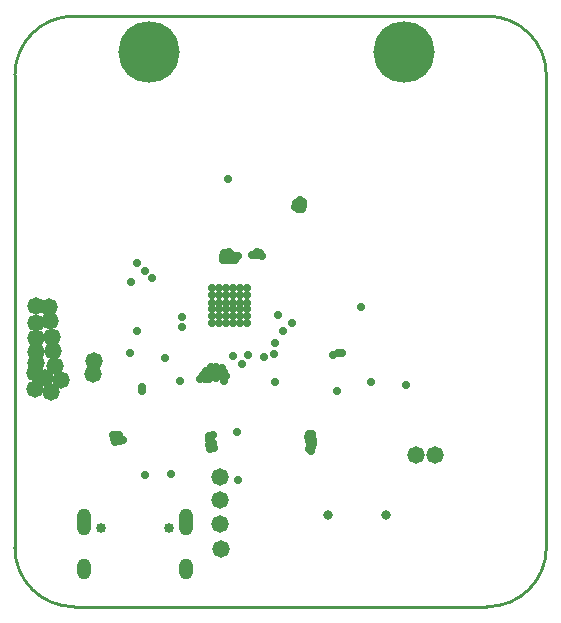
<source format=gbs>
G04*
G04 #@! TF.GenerationSoftware,Altium Limited,Altium Designer,20.2.3 (150)*
G04*
G04 Layer_Color=16711935*
%FSLAX44Y44*%
%MOMM*%
G71*
G04*
G04 #@! TF.SameCoordinates,529A9E34-4FC0-4C7B-B34A-3B4898198E1E*
G04*
G04*
G04 #@! TF.FilePolarity,Negative*
G04*
G01*
G75*
%ADD19C,0.2540*%
%ADD56C,0.8032*%
%ADD57C,5.2032*%
%ADD58C,0.8532*%
%ADD59O,1.2032X1.8032*%
%ADD60O,1.2032X2.3032*%
%ADD61C,0.7032*%
%ADD62C,1.4732*%
D19*
X0Y50000D02*
G03*
X50000Y0I50000J0D01*
G01*
X400000D02*
G03*
X450000Y50000I0J50000D01*
G01*
Y450000D02*
G03*
X400000Y500000I-50000J0D01*
G01*
X50000D02*
G03*
X0Y450000I0J-50000D01*
G01*
X50000Y0D02*
X400000D01*
X50000Y500000D02*
X400000D01*
X450000Y50000D02*
Y450000D01*
X0Y50000D02*
Y450000D01*
D56*
X314060Y77180D02*
D03*
X265060D02*
D03*
D57*
X329184Y469646D02*
D03*
X113919D02*
D03*
D58*
X72630Y66750D02*
D03*
X130430D02*
D03*
D59*
X144780Y31750D02*
D03*
X58280D02*
D03*
D60*
X144780Y71750D02*
D03*
X58280D02*
D03*
D61*
X126746Y210312D02*
D03*
X116078Y278257D02*
D03*
X109855Y284480D02*
D03*
X103632Y290830D02*
D03*
X102997Y233426D02*
D03*
X97663Y214630D02*
D03*
X97917Y275082D02*
D03*
X189230Y106934D02*
D03*
X180848Y362331D02*
D03*
X172720Y263652D02*
D03*
X167259D02*
D03*
X178816D02*
D03*
X184531D02*
D03*
X190627D02*
D03*
X196342D02*
D03*
X167259Y251714D02*
D03*
X172720D02*
D03*
X178816D02*
D03*
X184531D02*
D03*
X190627D02*
D03*
X196342D02*
D03*
X276860Y215011D02*
D03*
X269113Y212979D02*
D03*
X273304Y214884D02*
D03*
X301625Y189992D02*
D03*
X273050Y182626D02*
D03*
X107696Y182245D02*
D03*
X107950Y186309D02*
D03*
X196342Y240030D02*
D03*
X190627D02*
D03*
X184531D02*
D03*
X178816D02*
D03*
X172720D02*
D03*
X167259D02*
D03*
X196342Y245872D02*
D03*
X190627D02*
D03*
X184531D02*
D03*
X178816D02*
D03*
X172720D02*
D03*
X167259D02*
D03*
X196342Y257429D02*
D03*
X190627D02*
D03*
X184531D02*
D03*
X178816D02*
D03*
X172720D02*
D03*
X167259D02*
D03*
X196342Y269748D02*
D03*
X190627D02*
D03*
X184531D02*
D03*
X178816D02*
D03*
X172720D02*
D03*
X167259D02*
D03*
X293370Y253365D02*
D03*
X176784Y191008D02*
D03*
X178689Y195072D02*
D03*
X177038Y199009D02*
D03*
X175006Y201930D02*
D03*
X170688Y202946D02*
D03*
X166243Y202565D02*
D03*
X167132Y197739D02*
D03*
X162179Y199771D02*
D03*
X163322Y196342D02*
D03*
X159208Y195959D02*
D03*
X164084Y192405D02*
D03*
X161163Y192659D02*
D03*
X157099Y192913D02*
D03*
X184917Y212618D02*
D03*
X186182Y293370D02*
D03*
X182626Y293497D02*
D03*
X179197D02*
D03*
X176022D02*
D03*
X89027Y143129D02*
D03*
X86614D02*
D03*
X84201Y142367D02*
D03*
X91440Y141351D02*
D03*
X89281Y140462D02*
D03*
X86995Y140081D02*
D03*
X84836Y139827D02*
D03*
X88265Y145415D02*
D03*
X82804Y145669D02*
D03*
X168656Y134366D02*
D03*
X167513Y145288D02*
D03*
X164084Y144526D02*
D03*
X166370Y142113D02*
D03*
X163957Y141097D02*
D03*
X167640Y138811D02*
D03*
X166497Y136398D02*
D03*
X163957Y137033D02*
D03*
X251079Y132207D02*
D03*
X249174Y133858D02*
D03*
X251968Y135382D02*
D03*
X252349Y138049D02*
D03*
X249301Y140589D02*
D03*
X252476Y141097D02*
D03*
X251206Y143510D02*
D03*
X248412Y143637D02*
D03*
X251333Y146304D02*
D03*
X248920Y146177D02*
D03*
X243713Y342900D02*
D03*
X241046Y343916D02*
D03*
X238252Y342011D02*
D03*
X240665Y341376D02*
D03*
X243586Y339471D02*
D03*
X242697Y336423D02*
D03*
X239522D02*
D03*
X237363Y338074D02*
D03*
X208915Y296672D02*
D03*
X206209Y297886D02*
D03*
X207772Y299212D02*
D03*
X204597Y300228D02*
D03*
X200914Y297815D02*
D03*
X181483Y300101D02*
D03*
X177419Y299847D02*
D03*
X175895Y297053D02*
D03*
X188722Y297307D02*
D03*
X183515Y297434D02*
D03*
X186055Y297180D02*
D03*
X139954Y191008D02*
D03*
X234950Y239776D02*
D03*
X210825Y211348D02*
D03*
X132207Y112522D02*
D03*
X109887Y111284D02*
D03*
X174498Y194945D02*
D03*
X171958Y198731D02*
D03*
X169926Y193421D02*
D03*
X141864Y236494D02*
D03*
X220472Y223520D02*
D03*
X219583Y214122D02*
D03*
X249555Y137160D02*
D03*
X141737Y245003D02*
D03*
X220604Y189885D02*
D03*
X192024Y205105D02*
D03*
X197744Y212872D02*
D03*
X240289Y338729D02*
D03*
X223017Y246654D02*
D03*
X164973Y133477D02*
D03*
X188105Y147556D02*
D03*
X85725Y145161D02*
D03*
X227076Y233426D02*
D03*
X204089Y297942D02*
D03*
X331470Y187960D02*
D03*
X179900Y297298D02*
D03*
D62*
X66548Y197104D02*
D03*
X66675Y207772D02*
D03*
X38735Y191897D02*
D03*
X356108Y128651D02*
D03*
X339598D02*
D03*
X173736Y110000D02*
D03*
Y90000D02*
D03*
Y70000D02*
D03*
X174860Y48876D02*
D03*
X30861Y181864D02*
D03*
X17018Y184531D02*
D03*
X25908Y193548D02*
D03*
X32131Y216281D02*
D03*
X17526Y215646D02*
D03*
X31750Y227965D02*
D03*
X17653Y227711D02*
D03*
X29718Y241935D02*
D03*
X28829Y253873D02*
D03*
X17526Y254254D02*
D03*
X18034Y240538D02*
D03*
X17399Y197993D02*
D03*
X17907Y206375D02*
D03*
X33909Y203835D02*
D03*
M02*

</source>
